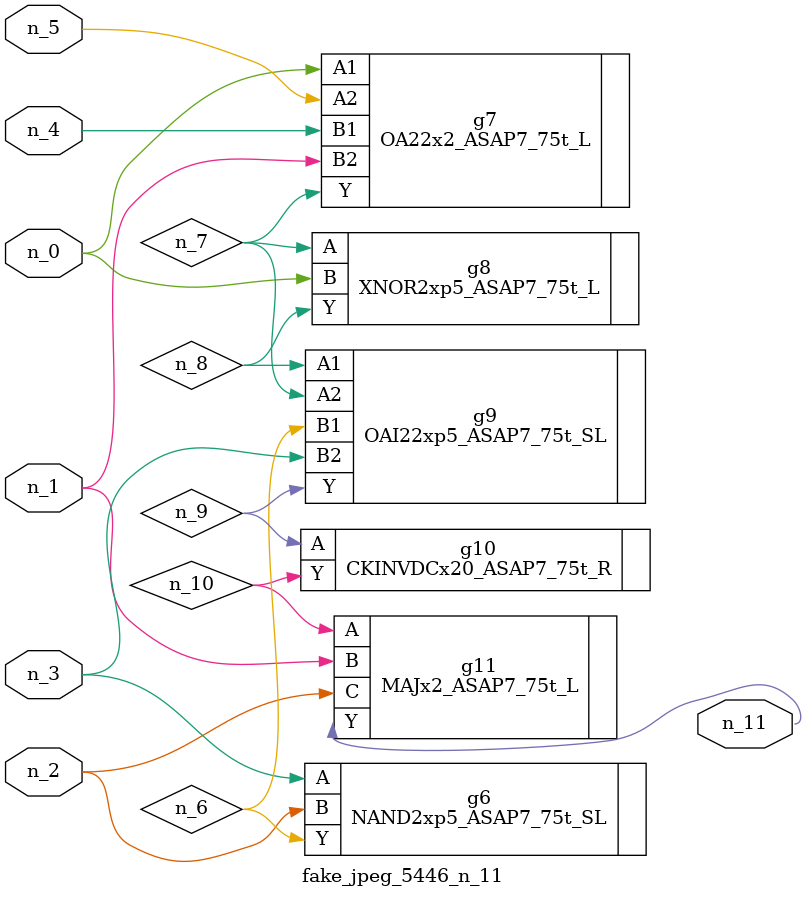
<source format=v>
module fake_jpeg_5446_n_11 (n_3, n_2, n_1, n_0, n_4, n_5, n_11);

input n_3;
input n_2;
input n_1;
input n_0;
input n_4;
input n_5;

output n_11;

wire n_10;
wire n_8;
wire n_9;
wire n_6;
wire n_7;

NAND2xp5_ASAP7_75t_SL g6 ( 
.A(n_3),
.B(n_2),
.Y(n_6)
);

OA22x2_ASAP7_75t_L g7 ( 
.A1(n_0),
.A2(n_5),
.B1(n_4),
.B2(n_1),
.Y(n_7)
);

XNOR2xp5_ASAP7_75t_L g8 ( 
.A(n_7),
.B(n_0),
.Y(n_8)
);

OAI22xp5_ASAP7_75t_SL g9 ( 
.A1(n_8),
.A2(n_7),
.B1(n_6),
.B2(n_3),
.Y(n_9)
);

CKINVDCx20_ASAP7_75t_R g10 ( 
.A(n_9),
.Y(n_10)
);

MAJx2_ASAP7_75t_L g11 ( 
.A(n_10),
.B(n_1),
.C(n_2),
.Y(n_11)
);


endmodule
</source>
